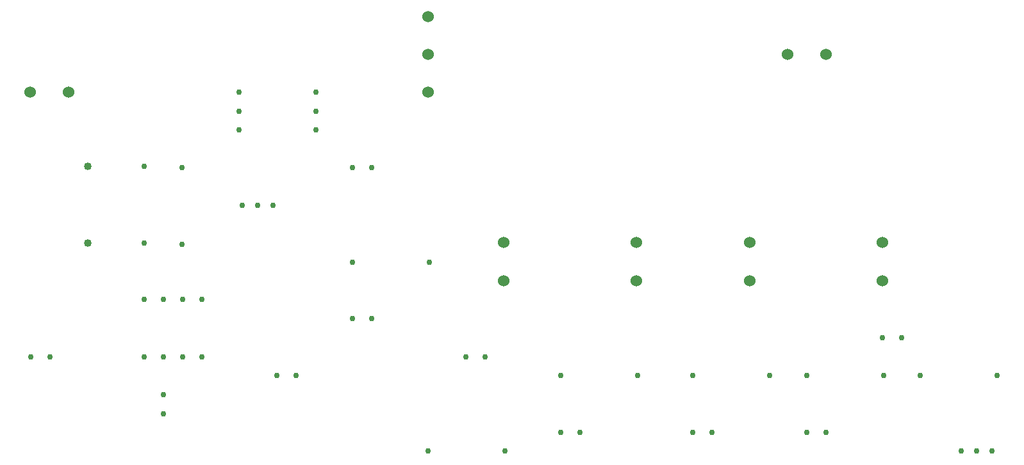
<source format=gbr>
G04 PROTEUS GERBER X2 FILE*
%TF.GenerationSoftware,Labcenter,Proteus,8.13-SP0-Build31525*%
%TF.CreationDate,2022-10-31T03:05:26+00:00*%
%TF.FileFunction,Plated,1,2,PTH*%
%TF.FilePolarity,Positive*%
%TF.Part,Single*%
%TF.SameCoordinates,{c032f36a-8843-4a41-912d-e50223fc27ad}*%
%FSLAX45Y45*%
%MOMM*%
G01*
%TA.AperFunction,ComponentDrill*%
%ADD40C,1.524000*%
%ADD41C,1.016000*%
%ADD42C,0.762000*%
%TD.AperFunction*%
D40*
X-12750000Y+8250000D03*
X-13258000Y+8250000D03*
X-3250000Y+8750000D03*
X-2742000Y+8750000D03*
D41*
X-12500000Y+7266000D03*
X-12500000Y+6250000D03*
D42*
X-11750000Y+6250000D03*
X-11750000Y+7266000D03*
X-11250000Y+7250000D03*
X-11250000Y+6234000D03*
D40*
X-8000000Y+9250000D03*
X-8000000Y+8749620D03*
X-8000000Y+8249240D03*
D42*
X-10500000Y+8000000D03*
X-9484000Y+8000000D03*
X-10500000Y+7750000D03*
X-9484000Y+7750000D03*
X-10500000Y+8250000D03*
X-9484000Y+8250000D03*
X-13250000Y+4750000D03*
X-12996000Y+4750000D03*
X-9000000Y+7250000D03*
X-8746000Y+7250000D03*
X-546800Y+3500000D03*
X-750000Y+3500000D03*
X-953200Y+3500000D03*
X-11750000Y+4750000D03*
X-11496000Y+4750000D03*
X-11242000Y+4750000D03*
X-10988000Y+4750000D03*
X-10988000Y+5512000D03*
X-11242000Y+5512000D03*
X-11496000Y+5512000D03*
X-11750000Y+5512000D03*
D40*
X-7000000Y+5750000D03*
X-7000000Y+6258000D03*
X-5250000Y+5750000D03*
X-5250000Y+6258000D03*
X-3750000Y+5750000D03*
X-3750000Y+6258000D03*
X-2000000Y+5750000D03*
X-2000000Y+6258000D03*
D42*
X-11500000Y+4250000D03*
X-11500000Y+3996000D03*
X-6250000Y+4500000D03*
X-5234000Y+4500000D03*
X-4500000Y+4500000D03*
X-3484000Y+4500000D03*
X-3000000Y+4500000D03*
X-1984000Y+4500000D03*
X-1500000Y+4500000D03*
X-484000Y+4500000D03*
X-10453200Y+6750000D03*
X-10250000Y+6750000D03*
X-10046800Y+6750000D03*
X-6250000Y+3750000D03*
X-5996000Y+3750000D03*
X-4500000Y+3750000D03*
X-4246000Y+3750000D03*
X-3000000Y+3750000D03*
X-2746000Y+3750000D03*
X-7500000Y+4750000D03*
X-7246000Y+4750000D03*
X-10000000Y+4500000D03*
X-9746000Y+4500000D03*
X-9000000Y+5250000D03*
X-8746000Y+5250000D03*
X-8000000Y+3500000D03*
X-6984000Y+3500000D03*
X-2000000Y+5000000D03*
X-1746000Y+5000000D03*
X-9000000Y+6000000D03*
X-7984000Y+6000000D03*
M02*

</source>
